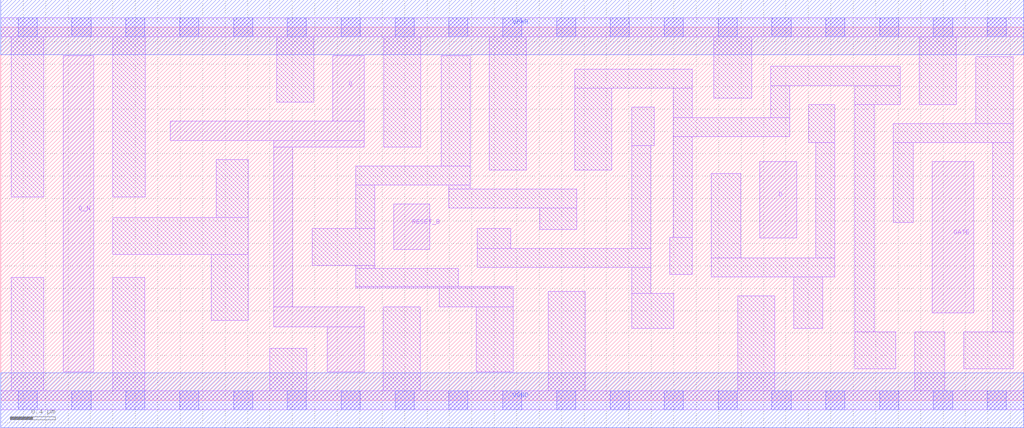
<source format=lef>
# Copyright 2020 The SkyWater PDK Authors
#
# Licensed under the Apache License, Version 2.0 (the "License");
# you may not use this file except in compliance with the License.
# You may obtain a copy of the License at
#
#     https://www.apache.org/licenses/LICENSE-2.0
#
# Unless required by applicable law or agreed to in writing, software
# distributed under the License is distributed on an "AS IS" BASIS,
# WITHOUT WARRANTIES OR CONDITIONS OF ANY KIND, either express or implied.
# See the License for the specific language governing permissions and
# limitations under the License.
#
# SPDX-License-Identifier: Apache-2.0

VERSION 5.7 ;
  NOWIREEXTENSIONATPIN ON ;
  DIVIDERCHAR "/" ;
  BUSBITCHARS "[]" ;
UNITS
  DATABASE MICRONS 200 ;
END UNITS
MACRO sky130_fd_sc_lp__dlrbp_2
  CLASS CORE ;
  FOREIGN sky130_fd_sc_lp__dlrbp_2 ;
  ORIGIN  0.000000  0.000000 ;
  SIZE  9.120000 BY  3.330000 ;
  SYMMETRY X Y R90 ;
  SITE unit ;
  PIN D
    ANTENNAGATEAREA  0.159000 ;
    DIRECTION INPUT ;
    USE SIGNAL ;
    PORT
      LAYER li1 ;
        RECT 6.765000 1.450000 7.095000 2.130000 ;
    END
  END D
  PIN Q
    ANTENNADIFFAREA  0.588000 ;
    DIRECTION OUTPUT ;
    USE SIGNAL ;
    PORT
      LAYER li1 ;
        RECT 1.510000 2.320000 3.240000 2.490000 ;
        RECT 2.435000 0.655000 3.240000 0.835000 ;
        RECT 2.435000 0.835000 2.605000 2.260000 ;
        RECT 2.435000 2.260000 3.240000 2.320000 ;
        RECT 2.910000 0.255000 3.240000 0.655000 ;
        RECT 2.960000 2.490000 3.240000 3.075000 ;
    END
  END Q
  PIN Q_N
    ANTENNADIFFAREA  0.594300 ;
    DIRECTION OUTPUT ;
    USE SIGNAL ;
    PORT
      LAYER li1 ;
        RECT 0.555000 0.255000 0.830000 3.075000 ;
    END
  END Q_N
  PIN RESET_B
    ANTENNAGATEAREA  0.315000 ;
    DIRECTION INPUT ;
    USE SIGNAL ;
    PORT
      LAYER li1 ;
        RECT 3.505000 1.345000 3.825000 1.750000 ;
    END
  END RESET_B
  PIN GATE
    ANTENNAGATEAREA  0.159000 ;
    DIRECTION INPUT ;
    USE CLOCK ;
    PORT
      LAYER li1 ;
        RECT 8.305000 0.780000 8.675000 2.130000 ;
    END
  END GATE
  PIN VGND
    DIRECTION INOUT ;
    USE GROUND ;
    PORT
      LAYER met1 ;
        RECT 0.000000 -0.245000 9.120000 0.245000 ;
    END
  END VGND
  PIN VPWR
    DIRECTION INOUT ;
    USE POWER ;
    PORT
      LAYER met1 ;
        RECT 0.000000 3.085000 9.120000 3.575000 ;
    END
  END VPWR
  OBS
    LAYER li1 ;
      RECT 0.000000 -0.085000 9.120000 0.085000 ;
      RECT 0.000000  3.245000 9.120000 3.415000 ;
      RECT 0.095000  0.085000 0.385000 1.095000 ;
      RECT 0.095000  1.815000 0.385000 3.245000 ;
      RECT 1.000000  0.085000 1.285000 1.095000 ;
      RECT 1.000000  1.300000 2.205000 1.630000 ;
      RECT 1.000000  1.815000 1.290000 3.245000 ;
      RECT 1.875000  0.715000 2.205000 1.300000 ;
      RECT 1.920000  1.630000 2.205000 2.150000 ;
      RECT 2.400000  0.085000 2.730000 0.465000 ;
      RECT 2.460000  2.660000 2.790000 3.245000 ;
      RECT 2.775000  1.205000 3.335000 1.535000 ;
      RECT 3.165000  1.005000 4.570000 1.015000 ;
      RECT 3.165000  1.015000 4.080000 1.175000 ;
      RECT 3.165000  1.175000 3.335000 1.205000 ;
      RECT 3.165000  1.535000 3.335000 1.920000 ;
      RECT 3.165000  1.920000 4.185000 2.090000 ;
      RECT 3.410000  0.085000 3.740000 0.835000 ;
      RECT 3.415000  2.260000 3.745000 3.245000 ;
      RECT 3.910000  0.835000 4.570000 1.005000 ;
      RECT 3.925000  2.090000 4.185000 3.075000 ;
      RECT 3.995000  1.715000 5.135000 1.885000 ;
      RECT 3.995000  1.885000 4.185000 1.920000 ;
      RECT 4.240000  0.255000 4.570000 0.835000 ;
      RECT 4.250000  1.185000 5.795000 1.355000 ;
      RECT 4.250000  1.355000 4.545000 1.535000 ;
      RECT 4.355000  2.055000 4.685000 3.245000 ;
      RECT 4.805000  1.525000 5.135000 1.715000 ;
      RECT 4.880000  0.085000 5.210000 0.970000 ;
      RECT 5.115000  2.055000 5.445000 2.785000 ;
      RECT 5.115000  2.785000 6.165000 2.955000 ;
      RECT 5.625000  0.640000 6.000000 0.955000 ;
      RECT 5.625000  0.955000 5.795000 1.185000 ;
      RECT 5.625000  1.355000 5.795000 2.275000 ;
      RECT 5.625000  2.275000 5.825000 2.615000 ;
      RECT 5.965000  1.125000 6.165000 1.455000 ;
      RECT 5.995000  1.455000 6.165000 2.355000 ;
      RECT 5.995000  2.355000 7.035000 2.525000 ;
      RECT 5.995000  2.525000 6.165000 2.785000 ;
      RECT 6.335000  1.100000 7.435000 1.270000 ;
      RECT 6.335000  1.270000 6.595000 2.025000 ;
      RECT 6.355000  2.695000 6.695000 3.245000 ;
      RECT 6.570000  0.085000 6.900000 0.930000 ;
      RECT 6.865000  2.525000 7.035000 2.810000 ;
      RECT 6.865000  2.810000 8.020000 2.980000 ;
      RECT 7.070000  0.640000 7.330000 1.100000 ;
      RECT 7.205000  2.300000 7.435000 2.640000 ;
      RECT 7.265000  1.270000 7.435000 2.300000 ;
      RECT 7.615000  0.280000 7.980000 0.610000 ;
      RECT 7.615000  0.610000 7.785000 2.640000 ;
      RECT 7.615000  2.640000 8.020000 2.810000 ;
      RECT 7.955000  1.585000 8.135000 2.300000 ;
      RECT 7.955000  2.300000 9.025000 2.470000 ;
      RECT 8.150000  0.085000 8.415000 0.610000 ;
      RECT 8.190000  2.640000 8.520000 3.245000 ;
      RECT 8.585000  0.280000 9.025000 0.610000 ;
      RECT 8.690000  2.470000 9.025000 3.065000 ;
      RECT 8.845000  0.610000 9.025000 2.300000 ;
    LAYER mcon ;
      RECT 0.155000 -0.085000 0.325000 0.085000 ;
      RECT 0.155000  3.245000 0.325000 3.415000 ;
      RECT 0.635000 -0.085000 0.805000 0.085000 ;
      RECT 0.635000  3.245000 0.805000 3.415000 ;
      RECT 1.115000 -0.085000 1.285000 0.085000 ;
      RECT 1.115000  3.245000 1.285000 3.415000 ;
      RECT 1.595000 -0.085000 1.765000 0.085000 ;
      RECT 1.595000  3.245000 1.765000 3.415000 ;
      RECT 2.075000 -0.085000 2.245000 0.085000 ;
      RECT 2.075000  3.245000 2.245000 3.415000 ;
      RECT 2.555000 -0.085000 2.725000 0.085000 ;
      RECT 2.555000  3.245000 2.725000 3.415000 ;
      RECT 3.035000 -0.085000 3.205000 0.085000 ;
      RECT 3.035000  3.245000 3.205000 3.415000 ;
      RECT 3.515000 -0.085000 3.685000 0.085000 ;
      RECT 3.515000  3.245000 3.685000 3.415000 ;
      RECT 3.995000 -0.085000 4.165000 0.085000 ;
      RECT 3.995000  3.245000 4.165000 3.415000 ;
      RECT 4.475000 -0.085000 4.645000 0.085000 ;
      RECT 4.475000  3.245000 4.645000 3.415000 ;
      RECT 4.955000 -0.085000 5.125000 0.085000 ;
      RECT 4.955000  3.245000 5.125000 3.415000 ;
      RECT 5.435000 -0.085000 5.605000 0.085000 ;
      RECT 5.435000  3.245000 5.605000 3.415000 ;
      RECT 5.915000 -0.085000 6.085000 0.085000 ;
      RECT 5.915000  3.245000 6.085000 3.415000 ;
      RECT 6.395000 -0.085000 6.565000 0.085000 ;
      RECT 6.395000  3.245000 6.565000 3.415000 ;
      RECT 6.875000 -0.085000 7.045000 0.085000 ;
      RECT 6.875000  3.245000 7.045000 3.415000 ;
      RECT 7.355000 -0.085000 7.525000 0.085000 ;
      RECT 7.355000  3.245000 7.525000 3.415000 ;
      RECT 7.835000 -0.085000 8.005000 0.085000 ;
      RECT 7.835000  3.245000 8.005000 3.415000 ;
      RECT 8.315000 -0.085000 8.485000 0.085000 ;
      RECT 8.315000  3.245000 8.485000 3.415000 ;
      RECT 8.795000 -0.085000 8.965000 0.085000 ;
      RECT 8.795000  3.245000 8.965000 3.415000 ;
  END
END sky130_fd_sc_lp__dlrbp_2
END LIBRARY

</source>
